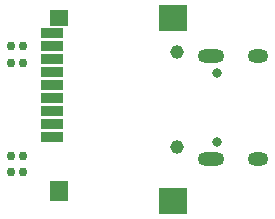
<source format=gbs>
G04*
G04 #@! TF.GenerationSoftware,Altium Limited,Altium Designer,20.0.13 (296)*
G04*
G04 Layer_Color=16711935*
%FSLAX25Y25*%
%MOIN*%
G70*
G01*
G75*
G04:AMPARAMS|DCode=41|XSize=26mil|YSize=26mil|CornerRadius=8mil|HoleSize=0mil|Usage=FLASHONLY|Rotation=270.000|XOffset=0mil|YOffset=0mil|HoleType=Round|Shape=RoundedRectangle|*
%AMROUNDEDRECTD41*
21,1,0.02600,0.01000,0,0,270.0*
21,1,0.01000,0.02600,0,0,270.0*
1,1,0.01600,-0.00500,-0.00500*
1,1,0.01600,-0.00500,0.00500*
1,1,0.01600,0.00500,0.00500*
1,1,0.01600,0.00500,-0.00500*
%
%ADD41ROUNDEDRECTD41*%
%ADD53C,0.04537*%
%ADD54C,0.03159*%
%ADD55O,0.06899X0.04537*%
%ADD56O,0.08868X0.04537*%
%ADD67R,0.09261X0.08600*%
%ADD68R,0.06112X0.06899*%
%ADD69R,0.06112X0.05324*%
%ADD70R,0.07687X0.03356*%
D41*
X27500Y37000D02*
D03*
X31500D02*
D03*
X27500Y31500D02*
D03*
X31500D02*
D03*
X27500Y68000D02*
D03*
X31500D02*
D03*
X27500Y73500D02*
D03*
X31500D02*
D03*
D53*
X83000Y40004D02*
D03*
Y71500D02*
D03*
D54*
X96142Y41622D02*
D03*
Y64378D02*
D03*
D55*
X109921Y70028D02*
D03*
Y35972D02*
D03*
D56*
X94173Y70028D02*
D03*
Y35972D02*
D03*
D67*
X81425Y21894D02*
D03*
Y82917D02*
D03*
D68*
X43630Y25043D02*
D03*
D69*
Y82917D02*
D03*
D70*
X41162Y43154D02*
D03*
Y47484D02*
D03*
Y51815D02*
D03*
Y56146D02*
D03*
Y60476D02*
D03*
Y69138D02*
D03*
Y73469D02*
D03*
Y77799D02*
D03*
Y64807D02*
D03*
M02*

</source>
